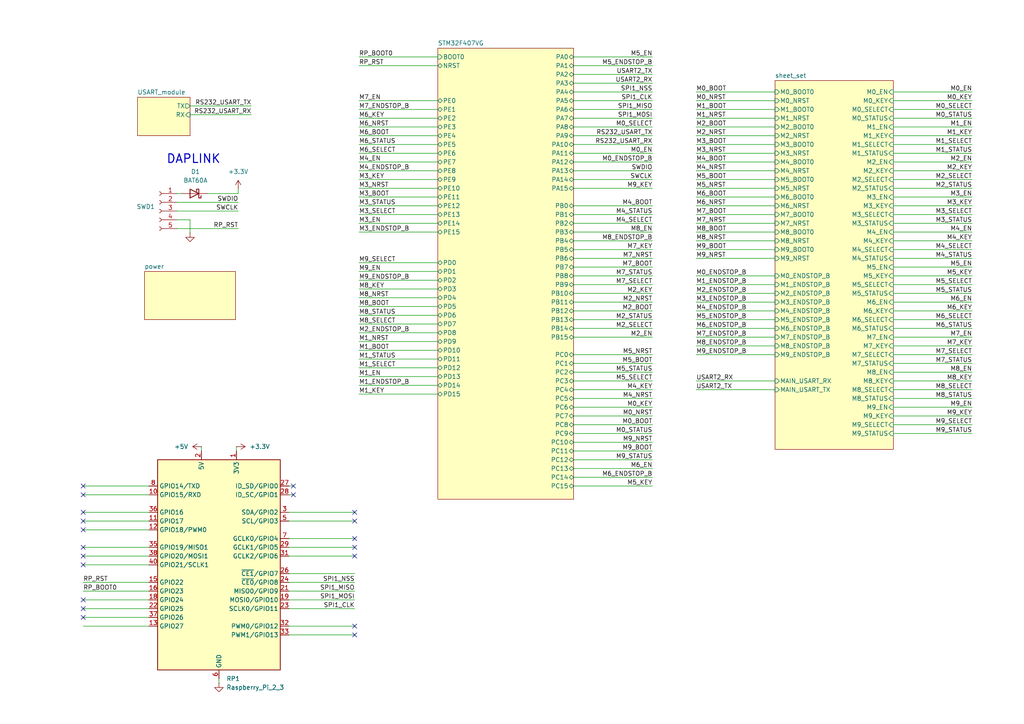
<source format=kicad_sch>
(kicad_sch (version 20250114) (generator "eeschema") (generator_version "9.0")
  (paper "A4")
  (title_block (title "Плата управления\\nшаговыми двигателями") (date "2025-05-01") (comment 1 "UnitStepMotors") (comment 2 "Филимонов С.В."))
  (lib_symbols
    (symbol "Connector:Conn_01x05_Socket" (pin_names (offset 1.016) (hide yes))
      (property "Reference" "J" (at 0 7.62 0))
      (property "Value" "Conn_01x05_Socket" (at 0 -7.62 0))
      (symbol "Conn_01x05_Socket_1_1"
        (polyline (pts (xy -1.27 5.08) (xy -0.508 5.08)) (stroke (width 0.1524)))
        (polyline (pts (xy -1.27 2.54) (xy -0.508 2.54)) (stroke (width 0.1524)))
        (polyline (pts (xy -1.27 0) (xy -0.508 0)) (stroke (width 0.1524)))
        (polyline (pts (xy -1.27 -2.54) (xy -0.508 -2.54)) (stroke (width 0.1524)))
        (polyline (pts (xy -1.27 -5.08) (xy -0.508 -5.08)) (stroke (width 0.1524)))
        (arc (start 0 4.572) (mid -0.5058 5.08) (end 0 5.588) (stroke (width 0.1524)))
        (arc (start 0 2.032) (mid -0.5058 2.54) (end 0 3.048) (stroke (width 0.1524)))
        (arc (start 0 -0.508) (mid -0.5058 0) (end 0 0.508) (stroke (width 0.1524)))
        (arc (start 0 -3.048) (mid -0.5058 -2.54) (end 0 -2.032) (stroke (width 0.1524)))
        (arc (start 0 -5.588) (mid -0.5058 -5.08) (end 0 -4.572) (stroke (width 0.1524)))
        (pin passive line (at -5.08 5.08 0) (length 3.81) (name "Pin_1") (number "1"))
        (pin passive line (at -5.08 2.54 0) (length 3.81) (name "Pin_2") (number "2"))
        (pin passive line (at -5.08 0 0) (length 3.81) (name "Pin_3") (number "3"))
        (pin passive line (at -5.08 -2.54 0) (length 3.81) (name "Pin_4") (number "4"))
        (pin passive line (at -5.08 -5.08 0) (length 3.81) (name "Pin_5") (number "5"))
      )
    )
    (symbol "Connector:Raspberry_Pi_2_3"
      (property "Reference" "J" (at -17.78 31.75 0))
      (property "Value" "Raspberry_Pi_2_3" (at 10.16 -31.75 0))
      (symbol "Raspberry_Pi_2_3_0_1"
        (rectangle (start -17.78 30.48) (end 17.78 -30.48) (stroke (width 0.254)) (fill (type background)))
      )
      (symbol "Raspberry_Pi_2_3_1_1"
        (pin bidirectional line (at -20.32 22.86 0) (length 2.54) (name "GPIO14/TXD") (number "8"))
        (pin bidirectional line (at -20.32 20.32 0) (length 2.54) (name "GPIO15/RXD") (number "10"))
        (pin bidirectional line (at -20.32 15.24 0) (length 2.54) (name "GPIO16") (number "36"))
        (pin bidirectional line (at -20.32 12.7 0) (length 2.54) (name "GPIO17") (number "11"))
        (pin bidirectional line (at -20.32 10.16 0) (length 2.54) (name "GPIO18/PWM0") (number "12"))
        (pin bidirectional line (at -20.32 5.08 0) (length 2.54) (name "GPIO19/MISO1") (number "35"))
        (pin bidirectional line (at -20.32 2.54 0) (length 2.54) (name "GPIO20/MOSI1") (number "38"))
        (pin bidirectional line (at -20.32 0 0) (length 2.54) (name "GPIO21/SCLK1") (number "40"))
        (pin bidirectional line (at -20.32 -5.08 0) (length 2.54) (name "GPIO22") (number "15"))
        (pin bidirectional line (at -20.32 -7.62 0) (length 2.54) (name "GPIO23") (number "16"))
        (pin bidirectional line (at -20.32 -10.16 0) (length 2.54) (name "GPIO24") (number "18"))
        (pin bidirectional line (at -20.32 -12.7 0) (length 2.54) (name "GPIO25") (number "22"))
        (pin bidirectional line (at -20.32 -15.24 0) (length 2.54) (name "GPIO26") (number "37"))
        (pin bidirectional line (at -20.32 -17.78 0) (length 2.54) (name "GPIO27") (number "13"))
        (pin power_in line (at -5.08 33.02 270) (length 2.54) (name "5V") (number "2"))
        (pin passive line (at -5.08 33.02 270) (length 2.54) (hide yes) (name "5V") (number "4"))
        (pin passive line (at 0 -33.02 90) (length 2.54) (hide yes) (name "GND") (number "14"))
        (pin passive line (at 0 -33.02 90) (length 2.54) (hide yes) (name "GND") (number "20"))
        (pin passive line (at 0 -33.02 90) (length 2.54) (hide yes) (name "GND") (number "25"))
        (pin passive line (at 0 -33.02 90) (length 2.54) (hide yes) (name "GND") (number "30"))
        (pin passive line (at 0 -33.02 90) (length 2.54) (hide yes) (name "GND") (number "34"))
        (pin passive line (at 0 -33.02 90) (length 2.54) (hide yes) (name "GND") (number "39"))
        (pin power_in line (at 0 -33.02 90) (length 2.54) (name "GND") (number "6"))
        (pin passive line (at 0 -33.02 90) (length 2.54) (hide yes) (name "GND") (number "9"))
        (pin power_in line (at 5.08 33.02 270) (length 2.54) (name "3V3") (number "1"))
        (pin passive line (at 5.08 33.02 270) (length 2.54) (hide yes) (name "3V3") (number "17"))
        (pin bidirectional line (at 20.32 22.86 180) (length 2.54) (name "ID_SD/GPIO0") (number "27"))
        (pin bidirectional line (at 20.32 20.32 180) (length 2.54) (name "ID_SC/GPIO1") (number "28"))
        (pin bidirectional line (at 20.32 15.24 180) (length 2.54) (name "SDA/GPIO2") (number "3"))
        (pin bidirectional line (at 20.32 12.7 180) (length 2.54) (name "SCL/GPIO3") (number "5"))
        (pin bidirectional line (at 20.32 7.62 180) (length 2.54) (name "GCLK0/GPIO4") (number "7"))
        (pin bidirectional line (at 20.32 5.08 180) (length 2.54) (name "GCLK1/GPIO5") (number "29"))
        (pin bidirectional line (at 20.32 2.54 180) (length 2.54) (name "GCLK2/GPIO6") (number "31"))
        (pin bidirectional line (at 20.32 -2.54 180) (length 2.54) (name "~{CE1}/GPIO7") (number "26"))
        (pin bidirectional line (at 20.32 -5.08 180) (length 2.54) (name "~{CE0}/GPIO8") (number "24"))
        (pin bidirectional line (at 20.32 -7.62 180) (length 2.54) (name "MISO0/GPIO9") (number "21"))
        (pin bidirectional line (at 20.32 -10.16 180) (length 2.54) (name "MOSI0/GPIO10") (number "19"))
        (pin bidirectional line (at 20.32 -12.7 180) (length 2.54) (name "SCLK0/GPIO11") (number "23"))
        (pin bidirectional line (at 20.32 -17.78 180) (length 2.54) (name "PWM0/GPIO12") (number "32"))
        (pin bidirectional line (at 20.32 -20.32 180) (length 2.54) (name "PWM1/GPIO13") (number "33"))
      )
    )
    (symbol "Diode:BAT60A" (pin_numbers (hide yes)) (pin_names (offset 1.016) (hide yes))
      (property "Reference" "D" (at 0 2.54 0))
      (property "Value" "BAT60A" (at 0 -2.54 0))
      (symbol "BAT60A_0_1"
        (polyline (pts (xy -1.905 0.635) (xy -1.905 1.27) (xy -1.27 1.27) (xy -1.27 -1.27) (xy -0.635 -1.27) (xy -0.635 -0.635)) (stroke (width 0.254)))
        (polyline (pts (xy 1.27 1.27) (xy 1.27 -1.27) (xy -1.27 0) (xy 1.27 1.27)) (stroke (width 0.254)))
        (polyline (pts (xy 1.27 0) (xy -1.27 0)))
      )
      (symbol "BAT60A_1_1"
        (pin passive line (at -3.81 0 0) (length 2.54) (name "K") (number "1"))
        (pin passive line (at 3.81 0 180) (length 2.54) (name "A") (number "2"))
      )
    )
    (symbol "power:+3.3V" (power) (pin_numbers (hide yes)) (pin_names (offset 0) (hide yes))
      (property "Value" "+3.3V" (at 0 3.556 0))
      (symbol "+3.3V_0_1"
        (polyline (pts (xy -0.762 1.27) (xy 0 2.54)))
        (polyline (pts (xy 0 2.54) (xy 0.762 1.27)))
        (polyline (pts (xy 0 0) (xy 0 2.54)))
      )
      (symbol "+3.3V_1_1"
        (pin power_in line (at 0 0 90) (length 0) (name "~") (number "1"))
      )
    )
    (symbol "power:+5V" (power) (pin_numbers (hide yes)) (pin_names (offset 0) (hide yes))
      (property "Value" "+5V" (at 0 3.556 0))
      (symbol "+5V_0_1"
        (polyline (pts (xy -0.762 1.27) (xy 0 2.54)))
        (polyline (pts (xy 0 2.54) (xy 0.762 1.27)))
        (polyline (pts (xy 0 0) (xy 0 2.54)))
      )
      (symbol "+5V_1_1"
        (pin power_in line (at 0 0 90) (length 0) (name "~") (number "1"))
      )
    )
    (symbol "power:GND" (power) (pin_numbers (hide yes)) (pin_names (offset 0) (hide yes))
      (property "Value" "GND" (at 0 -3.81 0))
      (symbol "GND_0_1"
        (polyline (pts (xy 0 0) (xy 0 -1.27) (xy 1.27 -1.27) (xy 0 -2.54) (xy -1.27 -1.27) (xy 0 -1.27)))
      )
      (symbol "GND_1_1"
        (pin power_in line (at 0 0 270) (length 0) (name "~") (number "1"))
      )
    )
  )
  (text "DAPLINK" (at 56.134 46.228 0) (effects (font (size 2.5 2.5) (thickness 0.3125))))
  (no_connect (at 24.13 143.51))
  (no_connect (at 24.13 140.97))
  (no_connect (at 102.87 151.13))
  (no_connect (at 24.13 173.99))
  (no_connect (at 24.13 151.13))
  (no_connect (at 24.13 161.29))
  (no_connect (at 24.13 179.07))
  (no_connect (at 24.13 163.83))
  (no_connect (at 85.09 143.51))
  (no_connect (at 102.87 161.29))
  (no_connect (at 102.87 158.75))
  (no_connect (at 24.13 148.59))
  (no_connect (at 102.87 156.21))
  (no_connect (at 24.13 176.53))
  (no_connect (at 24.13 153.67))
  (no_connect (at 102.87 148.59))
  (no_connect (at 102.87 184.15))
  (no_connect (at 85.09 140.97))
  (no_connect (at 24.13 158.75))
  (no_connect (at 102.87 181.61))
  (wire (pts (xy 166.37 46.99) (xy 189.23 46.99)))
  (wire (pts (xy 24.13 171.45) (xy 43.18 171.45)))
  (wire (pts (xy 166.37 102.87) (xy 189.23 102.87)))
  (wire (pts (xy 201.93 100.33) (xy 224.79 100.33)))
  (wire (pts (xy 259.08 90.17) (xy 281.94 90.17)))
  (wire (pts (xy 259.08 52.07) (xy 281.94 52.07)))
  (wire (pts (xy 83.82 156.21) (xy 102.87 156.21)))
  (wire (pts (xy 83.82 184.15) (xy 102.87 184.15)))
  (wire (pts (xy 104.14 31.75) (xy 127 31.75)))
  (wire (pts (xy 60.198 56.134) (xy 69.088 56.134)))
  (wire (pts (xy 104.14 76.2) (xy 127 76.2)))
  (wire (pts (xy 259.08 118.11) (xy 281.94 118.11)))
  (wire (pts (xy 104.14 81.28) (xy 127 81.28)))
  (wire (pts (xy 201.93 39.37) (xy 224.79 39.37)))
  (wire (pts (xy 259.08 62.23) (xy 281.94 62.23)))
  (wire (pts (xy 104.14 78.74) (xy 127 78.74)))
  (wire (pts (xy 166.37 74.93) (xy 189.23 74.93)))
  (wire (pts (xy 166.37 90.17) (xy 189.23 90.17)))
  (wire (pts (xy 166.37 52.07) (xy 189.23 52.07)))
  (wire (pts (xy 259.08 123.19) (xy 281.94 123.19)))
  (wire (pts (xy 104.14 36.83) (xy 127 36.83)))
  (wire (pts (xy 201.93 57.15) (xy 224.79 57.15)))
  (wire (pts (xy 166.37 110.49) (xy 189.23 110.49)))
  (wire (pts (xy 166.37 82.55) (xy 189.23 82.55)))
  (wire (pts (xy 201.93 34.29) (xy 224.79 34.29)))
  (wire (pts (xy 201.93 82.55) (xy 224.79 82.55)))
  (wire (pts (xy 166.37 92.71) (xy 189.23 92.71)))
  (wire (pts (xy 24.13 181.61) (xy 43.18 181.61)))
  (wire (pts (xy 63.5 196.85) (xy 63.5 198.12)))
  (wire (pts (xy 201.93 41.91) (xy 224.79 41.91)))
  (wire (pts (xy 201.93 90.17) (xy 224.79 90.17)))
  (wire (pts (xy 24.13 163.83) (xy 43.18 163.83)))
  (wire (pts (xy 104.14 62.23) (xy 127 62.23)))
  (wire (pts (xy 166.37 128.27) (xy 189.23 128.27)))
  (wire (pts (xy 166.37 120.65) (xy 189.23 120.65)))
  (wire (pts (xy 24.13 158.75) (xy 43.18 158.75)))
  (wire (pts (xy 259.08 67.31) (xy 281.94 67.31)))
  (wire (pts (xy 166.37 59.69) (xy 189.23 59.69)))
  (wire (pts (xy 166.37 21.59) (xy 189.23 21.59)))
  (wire (pts (xy 83.82 173.99) (xy 102.87 173.99)))
  (wire (pts (xy 104.14 88.9) (xy 127 88.9)))
  (wire (pts (xy 68.58 129.54) (xy 68.58 130.81)))
  (wire (pts (xy 83.82 140.97) (xy 85.09 140.97)))
  (wire (pts (xy 83.82 181.61) (xy 102.87 181.61)))
  (wire (pts (xy 201.93 92.71) (xy 224.79 92.71)))
  (wire (pts (xy 104.14 16.51) (xy 127 16.51)))
  (wire (pts (xy 24.13 161.29) (xy 43.18 161.29)))
  (wire (pts (xy 166.37 34.29) (xy 189.23 34.29)))
  (wire (pts (xy 259.08 49.53) (xy 281.94 49.53)))
  (wire (pts (xy 24.13 143.51) (xy 43.18 143.51)))
  (wire (pts (xy 58.42 129.54) (xy 58.42 130.81)))
  (wire (pts (xy 201.93 64.77) (xy 224.79 64.77)))
  (wire (pts (xy 24.13 168.91) (xy 43.18 168.91)))
  (wire (pts (xy 83.82 143.51) (xy 85.09 143.51)))
  (wire (pts (xy 201.93 59.69) (xy 224.79 59.69)))
  (wire (pts (xy 104.14 19.05) (xy 127 19.05)))
  (wire (pts (xy 259.08 115.57) (xy 281.94 115.57)))
  (wire (pts (xy 104.14 101.6) (xy 127 101.6)))
  (wire (pts (xy 166.37 107.95) (xy 189.23 107.95)))
  (wire (pts (xy 104.14 52.07) (xy 127 52.07)))
  (wire (pts (xy 201.93 29.21) (xy 224.79 29.21)))
  (wire (pts (xy 166.37 54.61) (xy 189.23 54.61)))
  (wire (pts (xy 166.37 115.57) (xy 189.23 115.57)))
  (wire (pts (xy 259.08 39.37) (xy 281.94 39.37)))
  (wire (pts (xy 104.14 54.61) (xy 127 54.61)))
  (wire (pts (xy 201.93 26.67) (xy 224.79 26.67)))
  (wire (pts (xy 24.13 140.97) (xy 43.18 140.97)))
  (wire (pts (xy 24.13 153.67) (xy 43.18 153.67)))
  (wire (pts (xy 166.37 118.11) (xy 189.23 118.11)))
  (wire (pts (xy 259.08 105.41) (xy 281.94 105.41)))
  (wire (pts (xy 51.308 61.214) (xy 69.088 61.214)))
  (wire (pts (xy 259.08 54.61) (xy 281.94 54.61)))
  (wire (pts (xy 201.93 72.39) (xy 224.79 72.39)))
  (wire (pts (xy 166.37 105.41) (xy 189.23 105.41)))
  (wire (pts (xy 259.08 95.25) (xy 281.94 95.25)))
  (wire (pts (xy 201.93 62.23) (xy 224.79 62.23)))
  (wire (pts (xy 259.08 102.87) (xy 281.94 102.87)))
  (wire (pts (xy 166.37 130.81) (xy 189.23 130.81)))
  (wire (pts (xy 104.14 104.14) (xy 127 104.14)))
  (wire (pts (xy 104.14 39.37) (xy 127 39.37)))
  (wire (pts (xy 201.93 52.07) (xy 224.79 52.07)))
  (wire (pts (xy 259.08 69.85) (xy 281.94 69.85)))
  (wire (pts (xy 166.37 69.85) (xy 189.23 69.85)))
  (wire (pts (xy 104.14 57.15) (xy 127 57.15)))
  (wire (pts (xy 166.37 29.21) (xy 189.23 29.21)))
  (wire (pts (xy 166.37 85.09) (xy 189.23 85.09)))
  (wire (pts (xy 201.93 74.93) (xy 224.79 74.93)))
  (wire (pts (xy 201.93 36.83) (xy 224.79 36.83)))
  (wire (pts (xy 51.308 66.294) (xy 69.088 66.294)))
  (wire (pts (xy 166.37 64.77) (xy 189.23 64.77)))
  (wire (pts (xy 51.308 58.674) (xy 69.088 58.674)))
  (wire (pts (xy 259.08 31.75) (xy 281.94 31.75)))
  (wire (pts (xy 104.14 44.45) (xy 127 44.45)))
  (wire (pts (xy 201.93 69.85) (xy 224.79 69.85)))
  (wire (pts (xy 259.08 41.91) (xy 281.94 41.91)))
  (wire (pts (xy 104.14 93.98) (xy 127 93.98)))
  (wire (pts (xy 104.14 91.44) (xy 127 91.44)))
  (wire (pts (xy 166.37 26.67) (xy 189.23 26.67)))
  (wire (pts (xy 104.14 67.31) (xy 127 67.31)))
  (wire (pts (xy 166.37 97.79) (xy 189.23 97.79)))
  (wire (pts (xy 259.08 72.39) (xy 281.94 72.39)))
  (wire (pts (xy 259.08 77.47) (xy 281.94 77.47)))
  (wire (pts (xy 166.37 62.23) (xy 189.23 62.23)))
  (wire (pts (xy 166.37 77.47) (xy 189.23 77.47)))
  (wire (pts (xy 201.93 85.09) (xy 224.79 85.09)))
  (wire (pts (xy 259.08 59.69) (xy 281.94 59.69)))
  (wire (pts (xy 69.088 54.864) (xy 69.088 56.134)))
  (wire (pts (xy 104.14 59.69) (xy 127 59.69)))
  (wire (pts (xy 166.37 95.25) (xy 189.23 95.25)))
  (wire (pts (xy 24.13 176.53) (xy 43.18 176.53)))
  (wire (pts (xy 104.14 106.68) (xy 127 106.68)))
  (wire (pts (xy 104.14 96.52) (xy 127 96.52)))
  (wire (pts (xy 259.08 57.15) (xy 281.94 57.15)))
  (wire (pts (xy 201.93 80.01) (xy 224.79 80.01)))
  (wire (pts (xy 259.08 26.67) (xy 281.94 26.67)))
  (wire (pts (xy 259.08 100.33) (xy 281.94 100.33)))
  (wire (pts (xy 55.118 63.754) (xy 55.118 67.564)))
  (wire (pts (xy 166.37 80.01) (xy 189.23 80.01)))
  (wire (pts (xy 83.82 171.45) (xy 102.87 171.45)))
  (wire (pts (xy 166.37 24.13) (xy 189.23 24.13)))
  (wire (pts (xy 259.08 113.03) (xy 281.94 113.03)))
  (wire (pts (xy 166.37 87.63) (xy 189.23 87.63)))
  (wire (pts (xy 201.93 54.61) (xy 224.79 54.61)))
  (wire (pts (xy 104.14 46.99) (xy 127 46.99)))
  (wire (pts (xy 104.14 86.36) (xy 127 86.36)))
  (wire (pts (xy 166.37 125.73) (xy 189.23 125.73)))
  (wire (pts (xy 51.308 56.134) (xy 52.578 56.134)))
  (wire (pts (xy 166.37 135.89) (xy 189.23 135.89)))
  (wire (pts (xy 259.08 44.45) (xy 281.94 44.45)))
  (wire (pts (xy 83.82 166.37) (xy 102.87 166.37)))
  (wire (pts (xy 104.14 83.82) (xy 127 83.82)))
  (wire (pts (xy 83.82 176.53) (xy 102.87 176.53)))
  (wire (pts (xy 55.118 33.274) (xy 72.898 33.274)))
  (wire (pts (xy 83.82 158.75) (xy 102.87 158.75)))
  (wire (pts (xy 166.37 123.19) (xy 189.23 123.19)))
  (wire (pts (xy 201.93 49.53) (xy 224.79 49.53)))
  (wire (pts (xy 201.93 31.75) (xy 224.79 31.75)))
  (wire (pts (xy 166.37 49.53) (xy 189.23 49.53)))
  (wire (pts (xy 201.93 113.03) (xy 224.79 113.03)))
  (wire (pts (xy 201.93 46.99) (xy 224.79 46.99)))
  (wire (pts (xy 51.308 63.754) (xy 55.118 63.754)))
  (wire (pts (xy 83.82 161.29) (xy 102.87 161.29)))
  (wire (pts (xy 201.93 44.45) (xy 224.79 44.45)))
  (wire (pts (xy 166.37 140.97) (xy 189.23 140.97)))
  (wire (pts (xy 201.93 67.31) (xy 224.79 67.31)))
  (wire (pts (xy 24.13 179.07) (xy 43.18 179.07)))
  (wire (pts (xy 166.37 39.37) (xy 189.23 39.37)))
  (wire (pts (xy 166.37 19.05) (xy 189.23 19.05)))
  (wire (pts (xy 259.08 82.55) (xy 281.94 82.55)))
  (wire (pts (xy 24.13 173.99) (xy 43.18 173.99)))
  (wire (pts (xy 104.14 109.22) (xy 127 109.22)))
  (wire (pts (xy 259.08 80.01) (xy 281.94 80.01)))
  (wire (pts (xy 259.08 64.77) (xy 281.94 64.77)))
  (wire (pts (xy 24.13 148.59) (xy 43.18 148.59)))
  (wire (pts (xy 259.08 74.93) (xy 281.94 74.93)))
  (wire (pts (xy 166.37 36.83) (xy 189.23 36.83)))
  (wire (pts (xy 104.14 29.21) (xy 127 29.21)))
  (wire (pts (xy 166.37 44.45) (xy 189.23 44.45)))
  (wire (pts (xy 259.08 120.65) (xy 281.94 120.65)))
  (wire (pts (xy 259.08 92.71) (xy 281.94 92.71)))
  (wire (pts (xy 104.14 111.76) (xy 127 111.76)))
  (wire (pts (xy 104.14 34.29) (xy 127 34.29)))
  (wire (pts (xy 83.82 148.59) (xy 102.87 148.59)))
  (wire (pts (xy 259.08 36.83) (xy 281.94 36.83)))
  (wire (pts (xy 259.08 97.79) (xy 281.94 97.79)))
  (wire (pts (xy 166.37 31.75) (xy 189.23 31.75)))
  (wire (pts (xy 104.14 49.53) (xy 127 49.53)))
  (wire (pts (xy 166.37 138.43) (xy 189.23 138.43)))
  (wire (pts (xy 201.93 87.63) (xy 224.79 87.63)))
  (wire (pts (xy 166.37 41.91) (xy 189.23 41.91)))
  (wire (pts (xy 104.14 64.77) (xy 127 64.77)))
  (wire (pts (xy 259.08 87.63) (xy 281.94 87.63)))
  (wire (pts (xy 259.08 34.29) (xy 281.94 34.29)))
  (wire (pts (xy 166.37 133.35) (xy 189.23 133.35)))
  (wire (pts (xy 201.93 95.25) (xy 224.79 95.25)))
  (wire (pts (xy 166.37 16.51) (xy 189.23 16.51)))
  (wire (pts (xy 83.82 151.13) (xy 102.87 151.13)))
  (wire (pts (xy 83.82 168.91) (xy 102.87 168.91)))
  (wire (pts (xy 259.08 46.99) (xy 281.94 46.99)))
  (wire (pts (xy 104.14 41.91) (xy 127 41.91)))
  (wire (pts (xy 55.118 30.734) (xy 72.898 30.734)))
  (wire (pts (xy 259.08 85.09) (xy 281.94 85.09)))
  (wire (pts (xy 104.14 99.06) (xy 127 99.06)))
  (wire (pts (xy 166.37 72.39) (xy 189.23 72.39)))
  (wire (pts (xy 201.93 97.79) (xy 224.79 97.79)))
  (wire (pts (xy 201.93 110.49) (xy 224.79 110.49)))
  (wire (pts (xy 259.08 125.73) (xy 281.94 125.73)))
  (wire (pts (xy 259.08 110.49) (xy 281.94 110.49)))
  (wire (pts (xy 259.08 107.95) (xy 281.94 107.95)))
  (wire (pts (xy 201.93 102.87) (xy 224.79 102.87)))
  (wire (pts (xy 104.14 114.3) (xy 127 114.3)))
  (wire (pts (xy 166.37 113.03) (xy 189.23 113.03)))
  (wire (pts (xy 24.13 151.13) (xy 43.18 151.13)))
  (wire (pts (xy 166.37 67.31) (xy 189.23 67.31)))
  (wire (pts (xy 259.08 29.21) (xy 281.94 29.21)))
  (label "SPI1_NSS" (at 189.23 26.67 180))
  (label "M2_STATUS" (at 189.23 92.71 180))
  (label "M1_SELECT" (at 281.94 41.91 180))
  (label "M2_NRST" (at 201.93 39.37 0))
  (label "M7_ENDSTOP_B" (at 104.14 31.75 0))
  (label "M9_ENDSTOP_B" (at 104.14 81.28 0))
  (label "SWDIO" (at 189.23 49.53 180))
  (label "M2_EN" (at 281.94 46.99 180))
  (label "M6_STATUS" (at 281.94 95.25 180))
  (label "USART2_TX" (at 201.93 113.03 0))
  (label "M2_NRST" (at 189.23 87.63 180))
  (label "M9_KEY" (at 189.23 54.61 180))
  (label "M6_SELECT" (at 104.14 44.45 0))
  (label "M0_KEY" (at 281.94 29.21 180))
  (label "M0_EN" (at 281.94 26.67 180))
  (label "M1_STATUS" (at 281.94 44.45 180))
  (label "M5_KEY" (at 189.23 140.97 180))
  (label "M3_KEY" (at 281.94 59.69 180))
  (label "RP_RST" (at 104.14 19.05 0))
  (label "M5_BOOT" (at 201.93 52.07 0))
  (label "M0_STATUS" (at 281.94 34.29 180))
  (label "M8_BOOT" (at 104.14 88.9 0))
  (label "M6_NRST" (at 104.14 36.83 0))
  (label "M6_KEY" (at 104.14 34.29 0))
  (label "M1_BOOT" (at 104.14 101.6 0))
  (label "M4_NRST" (at 189.23 115.57 180))
  (label "M4_KEY" (at 189.23 113.03 180))
  (label "RS232_USART_TX" (at 189.23 39.37 180))
  (label "M3_SELECT" (at 104.14 62.23 0))
  (label "M9_STATUS" (at 189.23 133.35 180))
  (label "M4_ENDSTOP_B" (at 201.93 90.17 0))
  (label "SPI1_NSS" (at 102.87 168.91 180))
  (label "M7_STATUS" (at 189.23 80.01 180))
  (label "M2_SELECT" (at 281.94 52.07 180))
  (label "M7_KEY" (at 189.23 72.39 180))
  (label "M9_SELECT" (at 104.14 76.2 0))
  (label "M5_NRST" (at 201.93 54.61 0))
  (label "SWCLK" (at 69.088 61.214 180))
  (label "M7_BOOT" (at 201.93 62.23 0))
  (label "M3_NRST" (at 201.93 44.45 0))
  (label "M6_STATUS" (at 104.14 41.91 0))
  (label "SPI1_MISO" (at 102.87 171.45 180))
  (label "M1_SELECT" (at 104.14 106.68 0))
  (label "M9_KEY" (at 281.94 120.65 180))
  (label "M8_NRST" (at 104.14 86.36 0))
  (label "M4_STATUS" (at 189.23 62.23 180))
  (label "M3_EN" (at 281.94 57.15 180))
  (label "RS232_USART_TX" (at 72.898 30.734 180))
  (label "M7_SELECT" (at 189.23 82.55 180))
  (label "M1_ENDSTOP_B" (at 104.14 111.76 0))
  (label "M8_ENDSTOP_B" (at 189.23 69.85 180))
  (label "M4_BOOT" (at 189.23 59.69 180))
  (label "M2_BOOT" (at 189.23 90.17 180))
  (label "M0_EN" (at 189.23 44.45 180))
  (label "M9_NRST" (at 201.93 74.93 0))
  (label "M8_EN" (at 281.94 107.95 180))
  (label "M7_ENDSTOP_B" (at 201.93 97.79 0))
  (label "M9_EN" (at 281.94 118.11 180))
  (label "USART2_RX" (at 189.23 24.13 180))
  (label "M6_EN" (at 281.94 87.63 180))
  (label "M5_EN" (at 189.23 16.51 180))
  (label "M7_SELECT" (at 281.94 102.87 180))
  (label "M5_KEY" (at 281.94 80.01 180))
  (label "M3_BOOT" (at 201.93 41.91 0))
  (label "M9_ENDSTOP_B" (at 201.93 102.87 0))
  (label "M3_ENDSTOP_B" (at 201.93 87.63 0))
  (label "RP_BOOT0" (at 104.14 16.51 0))
  (label "M1_BOOT" (at 201.93 31.75 0))
  (label "M3_STATUS" (at 104.14 59.69 0))
  (label "M4_ENDSTOP_B" (at 104.14 49.53 0))
  (label "M6_KEY" (at 281.94 90.17 180))
  (label "M0_NRST" (at 201.93 29.21 0))
  (label "M8_STATUS" (at 281.94 115.57 180))
  (label "M5_STATUS" (at 189.23 107.95 180))
  (label "USART2_RX" (at 201.93 110.49 0))
  (label "M1_STATUS" (at 104.14 104.14 0))
  (label "SPI1_MISO" (at 189.23 31.75 180))
  (label "M1_KEY" (at 104.14 114.3 0))
  (label "M0_SELECT" (at 281.94 31.75 180))
  (label "M2_KEY" (at 281.94 49.53 180))
  (label "SPI1_CLK" (at 102.87 176.53 180))
  (label "M2_ENDSTOP_B" (at 201.93 85.09 0))
  (label "M0_ENDSTOP_B" (at 189.23 46.99 180))
  (label "M0_NRST" (at 189.23 120.65 180))
  (label "M8_NRST" (at 201.93 69.85 0))
  (label "M8_EN" (at 189.23 67.31 180))
  (label "RP_BOOT0" (at 24.13 171.45 0))
  (label "M4_SELECT" (at 281.94 72.39 180))
  (label "M3_STATUS" (at 281.94 64.77 180))
  (label "M0_SELECT" (at 189.23 36.83 180))
  (label "RP_RST" (at 69.088 66.294 180))
  (label "M4_NRST" (at 201.93 49.53 0))
  (label "M8_STATUS" (at 104.14 91.44 0))
  (label "M5_STATUS" (at 281.94 85.09 180))
  (label "M8_BOOT" (at 201.93 67.31 0))
  (label "M9_BOOT" (at 201.93 72.39 0))
  (label "SWCLK" (at 189.23 52.07 180))
  (label "M6_BOOT" (at 201.93 57.15 0))
  (label "M7_NRST" (at 189.23 74.93 180))
  (label "M4_STATUS" (at 281.94 74.93 180))
  (label "M3_EN" (at 104.14 64.77 0))
  (label "SPI1_CLK" (at 189.23 29.21 180))
  (label "M3_NRST" (at 104.14 54.61 0))
  (label "SPI1_MOSI" (at 189.23 34.29 180))
  (label "M9_STATUS" (at 281.94 125.73 180))
  (label "M0_KEY" (at 189.23 118.11 180))
  (label "M3_KEY" (at 104.14 52.07 0))
  (label "SPI1_MOSI" (at 102.87 173.99 180))
  (label "RS232_USART_RX" (at 72.898 33.274 180))
  (label "M2_STATUS" (at 281.94 54.61 180))
  (label "M1_EN" (at 281.94 36.83 180))
  (label "M9_EN" (at 104.14 78.74 0))
  (label "M8_KEY" (at 104.14 83.82 0))
  (label "M2_KEY" (at 189.23 85.09 180))
  (label "M4_SELECT" (at 189.23 64.77 180))
  (label "M1_KEY" (at 281.94 39.37 180))
  (label "M1_EN" (at 104.14 109.22 0))
  (label "M3_ENDSTOP_B" (at 104.14 67.31 0))
  (label "USART2_TX" (at 189.23 21.59 180))
  (label "M4_BOOT" (at 201.93 46.99 0))
  (label "M8_SELECT" (at 281.94 113.03 180))
  (label "M2_ENDSTOP_B" (at 104.14 96.52 0))
  (label "M9_NRST" (at 189.23 128.27 180))
  (label "M4_EN" (at 281.94 67.31 180))
  (label "M8_SELECT" (at 104.14 93.98 0))
  (label "M5_SELECT" (at 281.94 82.55 180))
  (label "M1_NRST" (at 201.93 34.29 0))
  (label "M0_BOOT" (at 201.93 26.67 0))
  (label "M6_NRST" (at 201.93 59.69 0))
  (label "M5_BOOT" (at 189.23 105.41 180))
  (label "M6_ENDSTOP_B" (at 201.93 95.25 0))
  (label "M1_NRST" (at 104.14 99.06 0))
  (label "M6_SELECT" (at 281.94 92.71 180))
  (label "M7_STATUS" (at 281.94 105.41 180))
  (label "M8_ENDSTOP_B" (at 201.93 100.33 0))
  (label "M2_BOOT" (at 201.93 36.83 0))
  (label "M5_ENDSTOP_B" (at 201.93 92.71 0))
  (label "M2_SELECT" (at 189.23 95.25 180))
  (label "M7_EN" (at 104.14 29.21 0))
  (label "M5_EN" (at 281.94 77.47 180))
  (label "M7_BOOT" (at 189.23 77.47 180))
  (label "RS232_USART_RX" (at 189.23 41.91 180))
  (label "M1_ENDSTOP_B" (at 201.93 82.55 0))
  (label "M5_ENDSTOP_B" (at 189.23 19.05 180))
  (label "M0_STATUS" (at 189.23 125.73 180))
  (label "M5_NRST" (at 189.23 102.87 180))
  (label "M4_EN" (at 104.14 46.99 0))
  (label "M5_SELECT" (at 189.23 110.49 180))
  (label "M9_BOOT" (at 189.23 130.81 180))
  (label "M8_KEY" (at 281.94 110.49 180))
  (label "M7_KEY" (at 281.94 100.33 180))
  (label "M0_BOOT" (at 189.23 123.19 180))
  (label "M0_ENDSTOP_B" (at 201.93 80.01 0))
  (label "RP_RST" (at 24.13 168.91 0))
  (label "M7_EN" (at 281.94 97.79 180))
  (label "M6_ENDSTOP_B" (at 189.23 138.43 180))
  (label "M7_NRST" (at 201.93 64.77 0))
  (label "M4_KEY" (at 281.94 69.85 180))
  (label "M3_SELECT" (at 281.94 62.23 180))
  (label "M6_BOOT" (at 104.14 39.37 0))
  (label "M6_EN" (at 189.23 135.89 180))
  (label "SWDIO" (at 69.088 58.674 180))
  (label "M9_SELECT" (at 281.94 123.19 180))
  (label "M2_EN" (at 189.23 97.79 180))
  (label "M3_BOOT" (at 104.14 57.15 0))
  (symbol (lib_id "Diode:BAT60A") (at 56.388 56.134 180) (unit 1)
    (property "Reference" "D1" (at 56.7055 49.784 0))
    (property "Value" "BAT60A" (at 56.7055 52.324 0))
    (property "Footprint" "Diode_SMD:D_SOD-323" (effects (hide yes)))
    (property "Datasheet" "https://www.infineon.com/dgdl/Infineon-BAT60ASERIES-DS-v01_01-en.pdf?fileId=db3a304313d846880113def70c9304a9" (effects (hide yes)))
    (property "Description" "10V 3A High Current Recitifier Schottky Diode, SOD-323" (effects (hide yes)))
  )
  (symbol (lib_id "power:GND") (at 63.5 198.12 0) (unit 1)
    (property "Reference" "#PWR04" (effects (hide yes)))
    (property "Value" "GND" (effects (hide yes)))
    (property "Description" "Power symbol creates a global label with name \"GND\" , ground" (effects (hide yes)))
  )
  (symbol (lib_id "power:+5V") (at 58.42 129.54 90) (unit 1)
    (property "Reference" "#PWR03" (effects (hide yes)))
    (property "Value" "+5V" (at 54.61 129.5399 90) (effects (justify left)))
    (property "Description" "Power symbol creates a global label with name \"+5V\"" (effects (hide yes)))
  )
  (symbol (lib_id "Connector:Raspberry_Pi_2_3") (at 63.5 163.83 0) (unit 1)
    (property "Reference" "RP1" (at 65.6433 196.85 0) (effects (justify left)))
    (property "Value" "Raspberry_Pi_2_3" (at 65.6433 199.39 0) (effects (justify left)))
    (property "Footprint" "Library:RPS" (effects (hide yes)))
    (property "Datasheet" "https://www.raspberrypi.org/documentation/hardware/raspberrypi/schematics/rpi_SCH_3bplus_1p0_reduced.pdf" (effects (hide yes)))
    (property "Description" "expansion header for Raspberry Pi 2 & 3" (effects (hide yes)))
  )
  (symbol (lib_id "power:+3.3V") (at 68.58 129.54 270) (unit 1)
    (property "Reference" "#PWR05" (effects (hide yes)))
    (property "Value" "+3.3V" (at 72.39 129.5399 90) (effects (justify left)))
    (property "Description" "Power symbol creates a global label with name \"+3.3V\"" (effects (hide yes)))
  )
  (symbol (lib_id "power:+3.3V") (at 69.088 54.864 0) (unit 1)
    (property "Reference" "#PWR02" (effects (hide yes)))
    (property "Value" "+3.3V" (at 69.088 49.784 0))
    (property "Description" "Power symbol creates a global label with name \"+3.3V\"" (effects (hide yes)))
  )
  (symbol (lib_id "Connector:Conn_01x05_Socket") (at 46.228 61.214 0) (mirror y) (unit 1)
    (property "Reference" "SWD1" (at 44.958 59.9439 0) (effects (justify left)))
    (property "Value" "Conn_01x05_Socket" (effects (hide yes)))
    (property "Footprint" "Connector_PinSocket_2.54mm:PinSocket_1x05_P2.54mm_Vertical" (effects (hide yes)))
    (property "Description" "Generic connector, single row, 01x05, script generated" (effects (hide yes)))
  )
  (symbol (lib_id "power:GND") (at 55.118 67.564 0) (unit 1)
    (property "Reference" "#PWR01" (effects (hide yes)))
    (property "Value" "GND" (effects (hide yes)))
    (property "Description" "Power symbol creates a global label with name \"GND\" , ground" (effects (hide yes)))
  )
  (sheet (at 39.878 28.194) (size 15.24 11.176) (stroke (width 0.1524)) (fill (color 255 255 194 1.0000))
    (property "Sheetname" "USART_module" (at 39.878 27.4824 0) (effects (justify left bottom)))
    (property "Sheetfile" "schematics/USART_module.kicad_sch" (effects (hide yes)))
    (pin "RX" input (at 55.118 33.274 0))
    (pin "TX" output (at 55.118 30.734 0))
  )
  (sheet (at 41.91 78.74) (size 26.416 13.97) (stroke (width 0.1524)) (fill (color 255 255 194 1.0000))
    (property "Sheetname" "power" (at 41.91 78.0284 0) (effects (justify left bottom)))
    (property "Sheetfile" "schematics/power.kicad_sch" (effects (hide yes)))
  )
  (sheet (at 127 13.97) (size 39.37 130.81) (stroke (width 0.1524)) (fill (color 255 255 194 1.0000))
    (property "Sheetname" "STM32F407VG" (at 127 13.2584 0) (effects (justify left bottom)))
    (property "Sheetfile" "schematics/STM32F407VG.kicad_sch" (effects (hide yes)))
    (pin "BOOT0" input (at 127 16.51 180))
    (pin "NRST" bidirectional (at 127 19.05 180))
    (pin "PA0" bidirectional (at 166.37 16.51 0))
    (pin "PA1" bidirectional (at 166.37 19.05 0))
    (pin "PA2" bidirectional (at 166.37 21.59 0))
    (pin "PA3" bidirectional (at 166.37 24.13 0))
    (pin "PA4" bidirectional (at 166.37 26.67 0))
    (pin "PA5" bidirectional (at 166.37 29.21 0))
    (pin "PA6" bidirectional (at 166.37 31.75 0))
    (pin "PA7" bidirectional (at 166.37 34.29 0))
    (pin "PA9" bidirectional (at 166.37 39.37 0))
    (pin "PA10" bidirectional (at 166.37 41.91 0))
    (pin "PA11" bidirectional (at 166.37 44.45 0))
    (pin "PA12" bidirectional (at 166.37 46.99 0))
    (pin "PA13" bidirectional (at 166.37 49.53 0))
    (pin "PA14" bidirectional (at 166.37 52.07 0))
    (pin "PA15" bidirectional (at 166.37 54.61 0))
    (pin "PB0" bidirectional (at 166.37 59.69 0))
    (pin "PB1" bidirectional (at 166.37 62.23 0))
    (pin "PB2" bidirectional (at 166.37 64.77 0))
    (pin "PB3" bidirectional (at 166.37 67.31 0))
    (pin "PB4" bidirectional (at 166.37 69.85 0))
    (pin "PB5" bidirectional (at 166.37 72.39 0))
    (pin "PB6" bidirectional (at 166.37 74.93 0))
    (pin "PB7" bidirectional (at 166.37 77.47 0))
    (pin "PB8" bidirectional (at 166.37 80.01 0))
    (pin "PB9" bidirectional (at 166.37 82.55 0))
    (pin "PB10" bidirectional (at 166.37 85.09 0))
    (pin "PB11" bidirectional (at 166.37 87.63 0))
    (pin "PB12" bidirectional (at 166.37 90.17 0))
    (pin "PB13" bidirectional (at 166.37 92.71 0))
    (pin "PB14" bidirectional (at 166.37 95.25 0))
    (pin "PB15" bidirectional (at 166.37 97.79 0))
    (pin "PC0" bidirectional (at 166.37 102.87 0))
    (pin "PC1" bidirectional (at 166.37 105.41 0))
    (pin "PC2" bidirectional (at 166.37 107.95 0))
    (pin "PC3" bidirectional (at 166.37 110.49 0))
    (pin "PC4" bidirectional (at 166.37 113.03 0))
    (pin "PC5" bidirectional (at 166.37 115.57 0))
    (pin "PC6" bidirectional (at 166.37 118.11 0))
    (pin "PC7" bidirectional (at 166.37 120.65 0))
    (pin "PC8" bidirectional (at 166.37 123.19 0))
    (pin "PC9" bidirectional (at 166.37 125.73 0))
    (pin "PC10" bidirectional (at 166.37 128.27 0))
    (pin "PC11" bidirectional (at 166.37 130.81 0))
    (pin "PC12" bidirectional (at 166.37 133.35 0))
    (pin "PC13" bidirectional (at 166.37 135.89 0))
    (pin "PC14" bidirectional (at 166.37 138.43 0))
    (pin "PC15" bidirectional (at 166.37 140.97 0))
    (pin "PD0" bidirectional (at 127 76.2 180))
    (pin "PD1" bidirectional (at 127 78.74 180))
    (pin "PD2" bidirectional (at 127 81.28 180))
    (pin "PD3" bidirectional (at 127 83.82 180))
    (pin "PD5" bidirectional (at 127 88.9 180))
    (pin "PD6" bidirectional (at 127 91.44 180))
    (pin "PD8" bidirectional (at 127 96.52 180))
    (pin "PD9" bidirectional (at 127 99.06 180))
    (pin "PD10" bidirectional (at 127 101.6 180))
    (pin "PD11" bidirectional (at 127 104.14 180))
    (pin "PD12" bidirectional (at 127 106.68 180))
    (pin "PD13" bidirectional (at 127 109.22 180))
    (pin "PD14" bidirectional (at 127 111.76 180))
    (pin "PD15" bidirectional (at 127 114.3 180))
    (pin "PE0" bidirectional (at 127 29.21 180))
    (pin "PE1" bidirectional (at 127 31.75 180))
    (pin "PE2" bidirectional (at 127 34.29 180))
    (pin "PE3" bidirectional (at 127 36.83 180))
    (pin "PE4" bidirectional (at 127 39.37 180))
    (pin "PE5" bidirectional (at 127 41.91 180))
    (pin "PE6" bidirectional (at 127 44.45 180))
    (pin "PE7" bidirectional (at 127 46.99 180))
    (pin "PE8" bidirectional (at 127 49.53 180))
    (pin "PE9" bidirectional (at 127 52.07 180))
    (pin "PE10" bidirectional (at 127 54.61 180))
    (pin "PE11" bidirectional (at 127 57.15 180))
    (pin "PE12" bidirectional (at 127 59.69 180))
    (pin "PE13" bidirectional (at 127 62.23 180))
    (pin "PE14" bidirectional (at 127 64.77 180))
    (pin "PE15" bidirectional (at 127 67.31 180))
    (pin "PD4" bidirectional (at 127 86.36 180))
    (pin "PD7" bidirectional (at 127 93.98 180))
    (pin "PA8" bidirectional (at 166.37 36.83 0))
  )
  (sheet (at 224.79 23.368) (size 34.29 106.934) (stroke (width 0.1524)) (fill (color 255 255 194 1.0000))
    (property "Sheetname" "sheet_set" (at 224.79 22.6564 0) (effects (justify left bottom)))
    (property "Sheetfile" "schematics/sheet_set.kicad_sch" (effects (hide yes)))
    (pin "M0_BOOT0" input (at 224.79 26.67 180))
    (pin "M0_EN" input (at 259.08 26.67 0))
    (pin "M0_ENDSTOP_B" input (at 224.79 80.01 180))
    (pin "M0_KEY" input (at 259.08 29.21 0))
    (pin "M0_NRST" input (at 224.79 29.21 180))
    (pin "M0_SELECT" input (at 259.08 31.75 0))
    (pin "M0_STATUS" input (at 259.08 34.29 0))
    (pin "M1_BOOT0" input (at 224.79 31.75 180))
    (pin "M1_EN" input (at 259.08 36.83 0))
    (pin "M1_ENDSTOP_B" input (at 224.79 82.55 180))
    (pin "M1_KEY" input (at 259.08 39.37 0))
    (pin "M1_NRST" input (at 224.79 34.29 180))
    (pin "M1_SELECT" input (at 259.08 41.91 0))
    (pin "M1_STATUS" input (at 259.08 44.45 0))
    (pin "M2_BOOT0" input (at 224.79 36.83 180))
    (pin "M2_EN" input (at 259.08 46.99 0))
    (pin "M2_ENDSTOP_B" input (at 224.79 85.09 180))
    (pin "M2_KEY" input (at 259.08 49.53 0))
    (pin "M2_NRST" input (at 224.79 39.37 180))
    (pin "M2_SELECT" input (at 259.08 52.07 0))
    (pin "M2_STATUS" input (at 259.08 54.61 0))
    (pin "M3_BOOT0" input (at 224.79 41.91 180))
    (pin "M3_EN" input (at 259.08 57.15 0))
    (pin "M3_ENDSTOP_B" input (at 224.79 87.63 180))
    (pin "M3_KEY" input (at 259.08 59.69 0))
    (pin "M3_NRST" input (at 224.79 44.45 180))
    (pin "M3_SELECT" input (at 259.08 62.23 0))
    (pin "M3_STATUS" input (at 259.08 64.77 0))
    (pin "M4_BOOT0" input (at 224.79 46.99 180))
    (pin "M4_EN" input (at 259.08 67.31 0))
    (pin "M4_ENDSTOP_B" input (at 224.79 90.17 180))
    (pin "M4_KEY" input (at 259.08 69.85 0))
    (pin "M4_NRST" input (at 224.79 49.53 180))
    (pin "M4_SELECT" input (at 259.08 72.39 0))
    (pin "M4_STATUS" input (at 259.08 74.93 0))
    (pin "M5_BOOT0" input (at 224.79 52.07 180))
    (pin "M5_EN" input (at 259.08 77.47 0))
    (pin "M5_ENDSTOP_B" input (at 224.79 92.71 180))
    (pin "M5_KEY" input (at 259.08 80.01 0))
    (pin "M5_NRST" input (at 224.79 54.61 180))
    (pin "M5_SELECT" input (at 259.08 82.55 0))
    (pin "M5_STATUS" input (at 259.08 85.09 0))
    (pin "M6_BOOT0" input (at 224.79 57.15 180))
    (pin "M6_EN" input (at 259.08 87.63 0))
    (pin "M6_ENDSTOP_B" input (at 224.79 95.25 180))
    (pin "M6_KEY" input (at 259.08 90.17 0))
    (pin "M6_NRST" input (at 224.79 59.69 180))
    (pin "M6_SELECT" input (at 259.08 92.71 0))
    (pin "M6_STATUS" input (at 259.08 95.25 0))
    (pin "M7_BOOT0" input (at 224.79 62.23 180))
    (pin "M7_EN" input (at 259.08 97.79 0))
    (pin "M7_ENDSTOP_B" input (at 224.79 97.79 180))
    (pin "M7_KEY" input (at 259.08 100.33 0))
    (pin "M7_NRST" input (at 224.79 64.77 180))
    (pin "M7_SELECT" input (at 259.08 102.87 0))
    (pin "M7_STATUS" input (at 259.08 105.41 0))
    (pin "M8_BOOT0" input (at 224.79 67.31 180))
    (pin "M8_EN" input (at 259.08 107.95 0))
    (pin "M8_ENDSTOP_B" input (at 224.79 100.33 180))
    (pin "M8_KEY" input (at 259.08 110.49 0))
    (pin "M8_NRST" input (at 224.79 69.85 180))
    (pin "M8_SELECT" input (at 259.08 113.03 0))
    (pin "M8_STATUS" input (at 259.08 115.57 0))
    (pin "M9_BOOT0" input (at 224.79 72.39 180))
    (pin "M9_EN" input (at 259.08 118.11 0))
    (pin "M9_ENDSTOP_B" input (at 224.79 102.87 180))
    (pin "M9_KEY" input (at 259.08 120.65 0))
    (pin "M9_NRST" input (at 224.79 74.93 180))
    (pin "M9_SELECT" input (at 259.08 123.19 0))
    (pin "M9_STATUS" input (at 259.08 125.73 0))
    (pin "MAIN_USART_RX" input (at 224.79 110.49 180))
    (pin "MAIN_USART_TX" input (at 224.79 113.03 180))
  )
)
</source>
